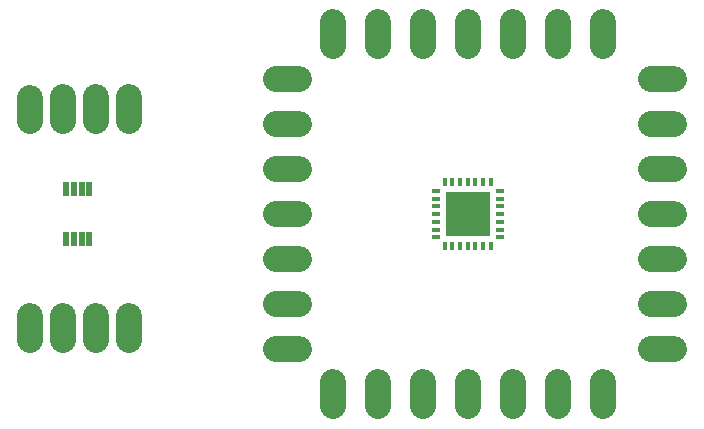
<source format=gbr>
G04 EAGLE Gerber X2 export*
%TF.Part,Single*%
%TF.FileFunction,Soldermask,Top,1*%
%TF.FilePolarity,Negative*%
%TF.GenerationSoftware,Autodesk,EAGLE,9.0.1*%
%TF.CreationDate,2018-06-07T21:36:32Z*%
G75*
%MOMM*%
%FSLAX34Y34*%
%LPD*%
%AMOC8*
5,1,8,0,0,1.08239X$1,22.5*%
G01*
%ADD10R,0.708500X0.364000*%
%ADD11R,0.364000X0.708400*%
%ADD12R,0.708400X0.364000*%
%ADD13R,3.718000X3.718000*%
%ADD14C,2.184400*%
%ADD15R,0.583200X1.253200*%


D10*
X392093Y222700D03*
X392093Y216200D03*
X392093Y209700D03*
X392093Y203200D03*
X392093Y196700D03*
X392093Y190200D03*
X392093Y183700D03*
D11*
X399600Y176193D03*
X406100Y176193D03*
X412600Y176193D03*
X419100Y176193D03*
X425600Y176193D03*
X432100Y176193D03*
X438600Y176193D03*
D12*
X446107Y183700D03*
X446107Y190200D03*
X446107Y196700D03*
X446107Y203200D03*
X446107Y209700D03*
X446107Y216200D03*
X446107Y222700D03*
D11*
X438600Y230207D03*
X432100Y230207D03*
X425600Y230207D03*
X419100Y230207D03*
X412600Y230207D03*
X406100Y230207D03*
X399600Y230207D03*
D13*
X419100Y203200D03*
D14*
X48260Y116586D02*
X48260Y96774D01*
X76200Y96774D02*
X76200Y116586D01*
X104140Y116586D02*
X104140Y96774D01*
X132080Y96774D02*
X132080Y116586D01*
X132080Y282194D02*
X132080Y302006D01*
X104140Y302006D02*
X104140Y282194D01*
X76200Y282194D02*
X76200Y302006D01*
X48560Y301830D02*
X48560Y282018D01*
X256794Y203200D02*
X276606Y203200D01*
X276606Y241300D02*
X256794Y241300D01*
X256794Y279400D02*
X276606Y279400D01*
X276606Y317500D02*
X256794Y317500D01*
X304800Y345694D02*
X304800Y365506D01*
X342900Y365506D02*
X342900Y345694D01*
X381000Y345694D02*
X381000Y365506D01*
X419100Y365506D02*
X419100Y345694D01*
X457200Y345694D02*
X457200Y365506D01*
X495300Y365506D02*
X495300Y345694D01*
X533400Y345694D02*
X533400Y365506D01*
X574294Y317500D02*
X594106Y317500D01*
X594106Y279400D02*
X574294Y279400D01*
X574294Y241300D02*
X594106Y241300D01*
X594106Y203200D02*
X574294Y203200D01*
X574294Y165100D02*
X594106Y165100D01*
X594106Y127000D02*
X574294Y127000D01*
X574294Y88900D02*
X594106Y88900D01*
X533400Y60706D02*
X533400Y40894D01*
X495300Y40894D02*
X495300Y60706D01*
X457200Y60706D02*
X457200Y40894D01*
X419100Y40894D02*
X419100Y60706D01*
X381000Y60706D02*
X381000Y40894D01*
X342900Y40894D02*
X342900Y60706D01*
X304800Y60706D02*
X304800Y40894D01*
X276606Y88900D02*
X256794Y88900D01*
X256794Y127000D02*
X276606Y127000D01*
X276606Y165100D02*
X256794Y165100D01*
D15*
X79150Y224450D03*
X85650Y224450D03*
X92150Y224450D03*
X98650Y224450D03*
X98650Y181950D03*
X92150Y181950D03*
X85650Y181950D03*
X79150Y181950D03*
M02*

</source>
